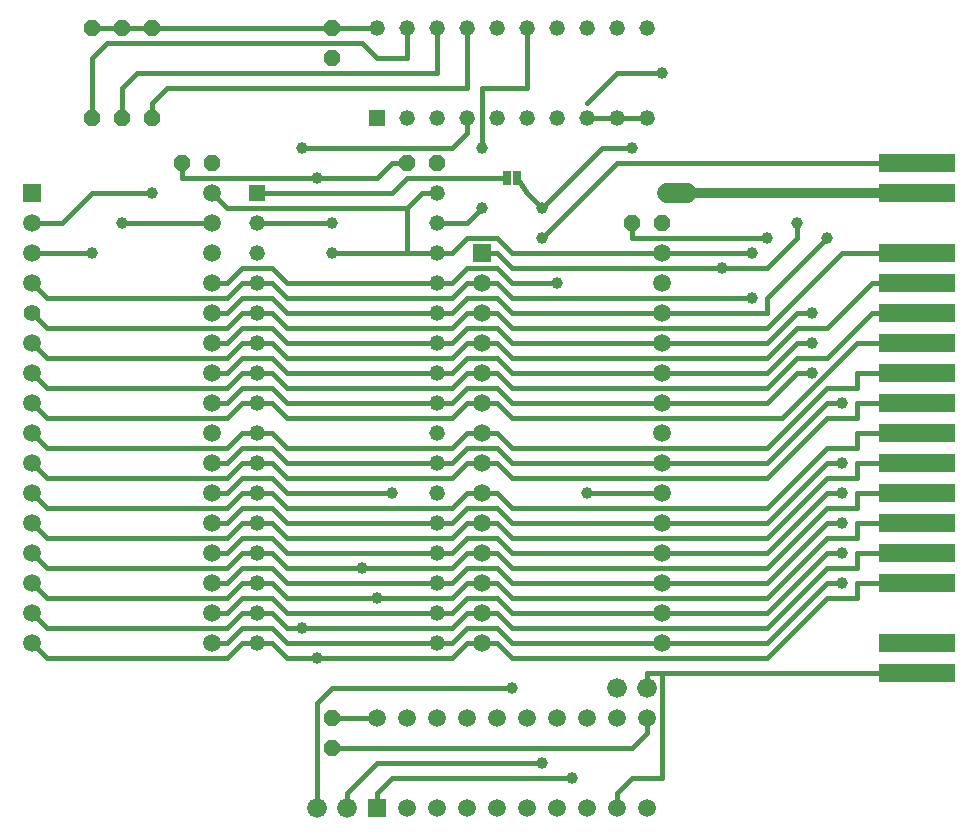
<source format=gbl>
G75*
%MOIN*%
%OFA0B0*%
%FSLAX24Y24*%
%IPPOS*%
%LPD*%
%AMOC8*
5,1,8,0,0,1.08239X$1,22.5*
%
%ADD10R,0.2550X0.0600*%
%ADD11R,0.0594X0.0594*%
%ADD12C,0.0594*%
%ADD13C,0.0554*%
%ADD14R,0.0520X0.0520*%
%ADD15C,0.0520*%
%ADD16OC8,0.0520*%
%ADD17C,0.0660*%
%ADD18C,0.0660*%
%ADD19R,0.0250X0.0500*%
%ADD20C,0.0160*%
%ADD21C,0.0396*%
%ADD22R,0.0396X0.0396*%
%ADD23C,0.0320*%
D10*
X031100Y005850D03*
X031100Y006850D03*
X031100Y008850D03*
X031100Y009850D03*
X031100Y010850D03*
X031100Y011850D03*
X031100Y012850D03*
X031100Y013850D03*
X031100Y014850D03*
X031100Y015850D03*
X031100Y016850D03*
X031100Y017850D03*
X031100Y018850D03*
X031100Y019850D03*
X031100Y021850D03*
X031100Y022850D03*
D11*
X016600Y019850D03*
X001600Y021850D03*
X013100Y001350D03*
D12*
X014100Y001350D03*
X015100Y001350D03*
X016100Y001350D03*
X017100Y001350D03*
X018100Y001350D03*
X019100Y001350D03*
X020100Y001350D03*
X021100Y001350D03*
X022100Y001350D03*
X022100Y004350D03*
X021100Y004350D03*
X020100Y004350D03*
X019100Y004350D03*
X018100Y004350D03*
X017100Y004350D03*
X016100Y004350D03*
X015100Y004350D03*
X014100Y004350D03*
X013100Y004350D03*
X016600Y006850D03*
X016600Y007850D03*
X016600Y008850D03*
X016600Y009850D03*
X016600Y010850D03*
X016600Y011850D03*
X016600Y012850D03*
X016600Y013850D03*
X016600Y014850D03*
X016600Y015850D03*
X016600Y016850D03*
X016600Y017850D03*
X016600Y018850D03*
X022600Y018850D03*
X022600Y017850D03*
X022600Y016850D03*
X022600Y015850D03*
X022600Y014850D03*
X022600Y013850D03*
X022600Y012850D03*
X022600Y011850D03*
X022600Y010850D03*
X022600Y009850D03*
X022600Y008850D03*
X022600Y007850D03*
X022600Y006850D03*
X007600Y006850D03*
X007600Y007850D03*
X007600Y008850D03*
X007600Y009850D03*
X007600Y010850D03*
X007600Y011850D03*
X007600Y012850D03*
X007600Y013850D03*
X007600Y014850D03*
X007600Y015850D03*
X007600Y016850D03*
X007600Y017850D03*
X007600Y018850D03*
X007600Y019850D03*
X007600Y020850D03*
X007600Y021850D03*
X001600Y020850D03*
X001600Y019850D03*
X001600Y018850D03*
X001600Y016850D03*
X001600Y015850D03*
X001600Y014850D03*
X001600Y013850D03*
X001600Y012850D03*
X001600Y011850D03*
X001600Y010850D03*
X001600Y009850D03*
X001600Y008850D03*
X001600Y007850D03*
X001600Y006850D03*
X022600Y019850D03*
D13*
X001600Y017850D03*
D14*
X009100Y021850D03*
X013100Y024350D03*
D15*
X014100Y024350D03*
X015100Y024350D03*
X016100Y024350D03*
X017100Y024350D03*
X018100Y024350D03*
X019100Y024350D03*
X020100Y024350D03*
X021100Y024350D03*
X022100Y024350D03*
X022100Y027350D03*
X021100Y027350D03*
X020100Y027350D03*
X019100Y027350D03*
X018100Y027350D03*
X017100Y027350D03*
X016100Y027350D03*
X015100Y027350D03*
X014100Y027350D03*
X013100Y027350D03*
X015100Y021850D03*
X015100Y020850D03*
X015100Y019850D03*
X015100Y018850D03*
X015100Y017850D03*
X015100Y016850D03*
X015100Y015850D03*
X015100Y014850D03*
X015100Y013850D03*
X015100Y012850D03*
X015100Y011850D03*
X015100Y010850D03*
X015100Y009850D03*
X015100Y008850D03*
X015100Y007850D03*
X015100Y006850D03*
X009100Y006850D03*
X009100Y007850D03*
X009100Y008850D03*
X009100Y009850D03*
X009100Y010850D03*
X009100Y011850D03*
X009100Y012850D03*
X009100Y013850D03*
X009100Y014850D03*
X009100Y015850D03*
X009100Y016850D03*
X009100Y017850D03*
X009100Y018850D03*
X009100Y019850D03*
X009100Y020850D03*
D16*
X007600Y022850D03*
X006600Y022850D03*
X005600Y024350D03*
X004600Y024350D03*
X003600Y024350D03*
X003600Y027350D03*
X004600Y027350D03*
X005600Y027350D03*
X011600Y027350D03*
X011600Y026350D03*
X014100Y022850D03*
X015100Y022850D03*
X021600Y020850D03*
X022600Y020850D03*
X011600Y004350D03*
X011600Y003350D03*
D17*
X011100Y001350D03*
X012100Y001350D03*
X021100Y005350D03*
X022100Y005350D03*
D18*
X022770Y021850D02*
X023430Y021850D01*
D19*
X017762Y022350D03*
X017438Y022350D03*
D20*
X008100Y006350D02*
X002100Y006350D01*
X001600Y006850D01*
X002100Y007350D02*
X001600Y007850D01*
X002100Y007350D02*
X008100Y007350D01*
X008600Y007850D01*
X009100Y007850D01*
X009600Y007850D01*
X010100Y007350D01*
X010600Y007350D01*
X011100Y007350D01*
X015600Y007350D01*
X016100Y007850D01*
X016600Y007850D01*
X017100Y007850D01*
X017600Y007350D01*
X026100Y007350D01*
X028100Y009350D01*
X029100Y009350D01*
X029100Y009850D01*
X031100Y009850D01*
X031100Y010850D02*
X029100Y010850D01*
X029100Y010350D01*
X028100Y010350D01*
X026100Y008350D01*
X017600Y008350D01*
X017100Y008850D01*
X016600Y008850D01*
X016100Y008850D01*
X015600Y008350D01*
X013100Y008350D01*
X010100Y008350D01*
X009600Y008850D01*
X009100Y008850D01*
X008600Y008850D01*
X008100Y008350D01*
X002100Y008350D01*
X001600Y008850D01*
X002100Y009350D02*
X001600Y009850D01*
X002100Y009350D02*
X008100Y009350D01*
X008600Y009850D01*
X009100Y009850D01*
X009600Y009850D01*
X010100Y009350D01*
X012600Y009350D01*
X015600Y009350D01*
X016100Y009850D01*
X016600Y009850D01*
X017100Y009850D01*
X017600Y009350D01*
X026100Y009350D01*
X028100Y011350D01*
X029100Y011350D01*
X029100Y011850D01*
X031100Y011850D01*
X031100Y012850D02*
X029100Y012850D01*
X029100Y012350D01*
X028100Y012350D01*
X026100Y010350D01*
X017600Y010350D01*
X017100Y010850D01*
X016600Y010850D01*
X016100Y010850D01*
X015600Y010350D01*
X010100Y010350D01*
X009600Y010850D01*
X009100Y010850D01*
X008600Y010850D01*
X008100Y010350D01*
X002100Y010350D01*
X001600Y010850D01*
X002100Y011350D02*
X001600Y011850D01*
X002100Y011350D02*
X008100Y011350D01*
X008600Y011850D01*
X009100Y011850D01*
X009600Y011850D01*
X010100Y011350D01*
X015600Y011350D01*
X016100Y011850D01*
X016600Y011850D01*
X017100Y011850D01*
X017600Y011350D01*
X026100Y011350D01*
X028100Y013350D01*
X029100Y013350D01*
X029100Y013850D01*
X031100Y013850D01*
X031100Y014850D02*
X029100Y014850D01*
X029100Y014350D01*
X028100Y014350D01*
X026100Y012350D01*
X017600Y012350D01*
X017100Y012850D01*
X016600Y012850D01*
X016100Y012850D01*
X015600Y012350D01*
X010100Y012350D01*
X009600Y012850D01*
X009100Y012850D01*
X008600Y012850D01*
X008100Y012350D01*
X002100Y012350D01*
X001600Y012850D01*
X002100Y013350D02*
X008100Y013350D01*
X008600Y013850D01*
X009100Y013850D01*
X009600Y013850D01*
X010100Y013350D01*
X015600Y013350D01*
X016100Y013850D01*
X016600Y013850D01*
X017100Y013850D01*
X017600Y013350D01*
X026100Y013350D01*
X028100Y015350D01*
X029100Y015350D01*
X029100Y015850D01*
X031100Y015850D01*
X031100Y016850D02*
X029100Y016850D01*
X026600Y014350D01*
X017600Y014350D01*
X017100Y014850D01*
X016600Y014850D01*
X016100Y014850D01*
X015600Y014350D01*
X010100Y014350D01*
X009600Y014850D01*
X009100Y014850D01*
X008600Y014850D01*
X008100Y014350D01*
X002100Y014350D01*
X001600Y014850D01*
X002100Y015350D02*
X008100Y015350D01*
X008600Y015850D01*
X009100Y015850D01*
X009600Y015850D01*
X010100Y015350D01*
X015600Y015350D01*
X016100Y015850D01*
X016600Y015850D01*
X017100Y015850D01*
X017600Y015350D01*
X026100Y015350D01*
X027100Y016350D01*
X028100Y016350D01*
X029600Y017850D01*
X031100Y017850D01*
X031100Y018850D02*
X029600Y018850D01*
X028100Y017350D01*
X027100Y017350D01*
X026100Y016350D01*
X017600Y016350D01*
X017100Y016850D01*
X016600Y016850D01*
X016100Y016850D01*
X015600Y016350D01*
X010100Y016350D01*
X009600Y016850D01*
X009100Y016850D01*
X008600Y016850D01*
X008100Y016350D01*
X002100Y016350D01*
X001600Y016850D01*
X002100Y017350D02*
X008100Y017350D01*
X008600Y017850D01*
X009100Y017850D01*
X009600Y017850D01*
X010100Y017350D01*
X015600Y017350D01*
X016100Y017850D01*
X016600Y017850D01*
X017100Y017850D01*
X017600Y017350D01*
X026100Y017350D01*
X028600Y019850D01*
X031100Y019850D01*
X028100Y020350D02*
X026100Y018350D01*
X026100Y017850D01*
X022600Y017850D01*
X017600Y017850D01*
X017100Y018350D01*
X016100Y018350D01*
X015600Y017850D01*
X015100Y017850D01*
X010100Y017850D01*
X009600Y018350D01*
X008600Y018350D01*
X008100Y017850D01*
X007600Y017850D01*
X008100Y018350D02*
X008600Y018850D01*
X009100Y018850D01*
X009600Y018850D01*
X010100Y018350D01*
X015600Y018350D01*
X016100Y018850D01*
X016600Y018850D01*
X017100Y018850D01*
X017600Y018350D01*
X025600Y018350D01*
X026100Y019350D02*
X024600Y019350D01*
X017600Y019350D01*
X017100Y019850D01*
X016600Y019850D01*
X016100Y020350D02*
X015600Y019850D01*
X015100Y019850D01*
X014100Y019850D01*
X011600Y019850D01*
X011600Y020850D02*
X009100Y020850D01*
X008100Y021350D02*
X007600Y021850D01*
X008100Y021350D02*
X014100Y021350D01*
X014100Y019850D01*
X015100Y020850D02*
X016100Y020850D01*
X016600Y021350D01*
X017438Y022350D02*
X014100Y022350D01*
X013600Y021850D01*
X009100Y021850D01*
X007600Y020850D02*
X004600Y020850D01*
X003600Y019850D02*
X001600Y019850D01*
X001600Y020850D02*
X002600Y020850D01*
X003600Y021850D01*
X005600Y021850D01*
X006600Y022350D02*
X011100Y022350D01*
X013100Y022350D01*
X013600Y022850D01*
X014100Y022850D01*
X014600Y021850D02*
X014100Y021350D01*
X014600Y021850D02*
X015100Y021850D01*
X015600Y023350D02*
X010600Y023350D01*
X013100Y026350D02*
X012600Y026850D01*
X004100Y026850D01*
X003600Y026350D01*
X003600Y024350D01*
X004600Y024350D02*
X004600Y025350D01*
X005100Y025850D01*
X015100Y025850D01*
X015100Y027350D01*
X014100Y027350D02*
X014100Y026350D01*
X013100Y026350D01*
X013100Y027350D02*
X011600Y027350D01*
X005600Y027350D01*
X003600Y027350D01*
X004600Y027350D01*
X005600Y027350D01*
X006100Y025350D02*
X005600Y024850D01*
X005600Y024350D01*
X006100Y025350D02*
X016100Y025350D01*
X016100Y027350D01*
X018100Y027350D02*
X018100Y025350D01*
X016600Y025350D01*
X016600Y023350D01*
X016100Y023850D02*
X015600Y023350D01*
X016100Y023850D02*
X016100Y024350D01*
X017762Y022350D02*
X018100Y021850D01*
X018600Y021350D01*
X020600Y023350D01*
X021600Y023350D01*
X021100Y022850D02*
X031100Y022850D01*
X027100Y020850D02*
X027100Y020350D01*
X026100Y019350D01*
X025600Y019850D02*
X022600Y019850D01*
X017600Y019850D01*
X017100Y020350D01*
X016100Y020350D01*
X016100Y019350D02*
X015600Y018850D01*
X015100Y018850D01*
X010100Y018850D01*
X009600Y019350D01*
X008600Y019350D01*
X008100Y018850D01*
X007600Y018850D01*
X008100Y018350D02*
X002100Y018350D01*
X001600Y018850D01*
X001600Y017850D02*
X002100Y017350D01*
X001600Y015850D02*
X002100Y015350D01*
X001600Y013850D02*
X002100Y013350D01*
X007600Y012850D02*
X008100Y012850D01*
X008600Y013350D01*
X009600Y013350D01*
X010100Y012850D01*
X015100Y012850D01*
X015600Y012850D01*
X016100Y013350D01*
X017100Y013350D01*
X017600Y012850D01*
X022600Y012850D01*
X026100Y012850D01*
X028100Y014850D01*
X028600Y014850D01*
X027600Y015850D02*
X027100Y015850D01*
X026100Y014850D01*
X022600Y014850D01*
X017600Y014850D01*
X017100Y015350D01*
X016100Y015350D01*
X015600Y014850D01*
X015100Y014850D01*
X010100Y014850D01*
X009600Y015350D01*
X008600Y015350D01*
X008100Y014850D01*
X007600Y014850D01*
X007600Y015850D02*
X008100Y015850D01*
X008600Y016350D01*
X009600Y016350D01*
X010100Y015850D01*
X015100Y015850D01*
X015600Y015850D01*
X016100Y016350D01*
X017100Y016350D01*
X017600Y015850D01*
X022600Y015850D01*
X026100Y015850D01*
X027100Y016850D01*
X027600Y016850D01*
X027600Y017850D02*
X027100Y017850D01*
X026100Y016850D01*
X022600Y016850D01*
X017600Y016850D01*
X017100Y017350D01*
X016100Y017350D01*
X015600Y016850D01*
X015100Y016850D01*
X010100Y016850D01*
X009600Y017350D01*
X008600Y017350D01*
X008100Y016850D01*
X007600Y016850D01*
X008600Y012350D02*
X008100Y011850D01*
X007600Y011850D01*
X008600Y011350D02*
X009600Y011350D01*
X010100Y010850D01*
X015100Y010850D01*
X015600Y010850D01*
X016100Y011350D01*
X017100Y011350D01*
X017600Y010850D01*
X022600Y010850D01*
X026100Y010850D01*
X028100Y012850D01*
X028600Y012850D01*
X028600Y011850D02*
X028100Y011850D01*
X026100Y009850D01*
X022600Y009850D01*
X017600Y009850D01*
X017100Y010350D01*
X016100Y010350D01*
X015600Y009850D01*
X015100Y009850D01*
X010100Y009850D01*
X009600Y010350D01*
X008600Y010350D01*
X008100Y009850D01*
X007600Y009850D01*
X007600Y010850D02*
X008100Y010850D01*
X008600Y011350D01*
X008600Y012350D02*
X009600Y012350D01*
X010100Y011850D01*
X013600Y011850D01*
X016100Y009350D02*
X017100Y009350D01*
X017600Y008850D01*
X022600Y008850D01*
X026100Y008850D01*
X028100Y010850D01*
X028600Y010850D01*
X028600Y009850D02*
X028100Y009850D01*
X026100Y007850D01*
X022600Y007850D01*
X017600Y007850D01*
X017100Y008350D01*
X016100Y008350D01*
X015600Y007850D01*
X015100Y007850D01*
X010100Y007850D01*
X009600Y008350D01*
X008600Y008350D01*
X008100Y007850D01*
X007600Y007850D01*
X007600Y008850D02*
X008100Y008850D01*
X008600Y009350D01*
X009600Y009350D01*
X010100Y008850D01*
X015100Y008850D01*
X015600Y008850D01*
X016100Y009350D01*
X016100Y007350D02*
X017100Y007350D01*
X017600Y006850D01*
X022600Y006850D01*
X026100Y006850D01*
X028100Y008850D01*
X028600Y008850D01*
X028100Y008350D02*
X029100Y008350D01*
X029100Y008850D01*
X031100Y008850D01*
X028100Y008350D02*
X026100Y006350D01*
X017600Y006350D01*
X017100Y006850D01*
X016600Y006850D01*
X016100Y006850D01*
X015600Y006350D01*
X011100Y006350D01*
X010100Y006350D01*
X009600Y006850D01*
X009100Y006850D01*
X008600Y006850D01*
X008100Y006350D01*
X008100Y006850D02*
X008600Y007350D01*
X009600Y007350D01*
X010100Y006850D01*
X015100Y006850D01*
X015600Y006850D01*
X016100Y007350D01*
X017600Y005350D02*
X011600Y005350D01*
X011100Y004850D01*
X011100Y001350D01*
X012100Y001350D02*
X012100Y001850D01*
X013100Y002850D01*
X018600Y002850D01*
X019600Y002350D02*
X013600Y002350D01*
X013100Y001850D01*
X013100Y001350D01*
X011600Y003350D02*
X021600Y003350D01*
X022100Y003850D01*
X022100Y004350D01*
X022100Y005350D02*
X022100Y005850D01*
X022600Y005850D01*
X022600Y002350D01*
X021600Y002350D01*
X021100Y001850D01*
X021100Y001350D01*
X022600Y005850D02*
X031100Y005850D01*
X022600Y011850D02*
X020100Y011850D01*
X019100Y018850D02*
X017600Y018850D01*
X017100Y019350D01*
X016100Y019350D01*
X018600Y020350D02*
X021100Y022850D01*
X021100Y024350D02*
X020100Y024350D01*
X020100Y024850D02*
X021100Y025850D01*
X022600Y025850D01*
X022100Y024350D02*
X021100Y024350D01*
X021600Y020850D02*
X021600Y020350D01*
X026100Y020350D01*
X008100Y006850D02*
X007600Y006850D01*
X011600Y004350D02*
X013100Y004350D01*
X006600Y022350D02*
X006600Y022850D01*
D21*
X005600Y021850D03*
X004600Y020850D03*
X003600Y019850D03*
X010600Y023350D03*
X011100Y022350D03*
X011600Y020850D03*
X011600Y019850D03*
X016600Y021350D03*
X018600Y021350D03*
X018600Y020350D03*
X019100Y018850D03*
X016600Y023350D03*
X021600Y023350D03*
X022600Y025850D03*
X027100Y020850D03*
X026100Y020350D03*
X025600Y019850D03*
X024600Y019350D03*
X025600Y018350D03*
X027600Y017850D03*
X027600Y016850D03*
X027600Y015850D03*
X028600Y014850D03*
X028600Y012850D03*
X028600Y011850D03*
X028600Y010850D03*
X028600Y009850D03*
X028600Y008850D03*
X020100Y011850D03*
X013600Y011850D03*
X012600Y009350D03*
X013100Y008350D03*
X010600Y007350D03*
X011100Y006350D03*
X017600Y005350D03*
X018600Y002850D03*
X019600Y002350D03*
X028100Y020350D03*
D22*
X011600Y004350D03*
D23*
X023100Y021850D02*
X031100Y021850D01*
M02*

</source>
